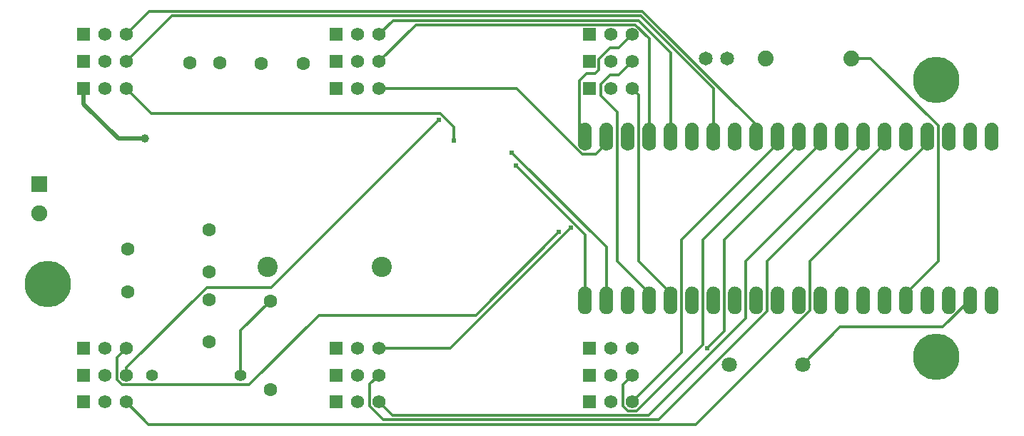
<source format=gbl>
G04 Layer: BottomLayer*
G04 EasyEDA v6.5.23, 2023-09-19 16:20:23*
G04 fec3ef732f994282af85564de1ff210d,c045908398b64bc89dde678931a0b1f3,10*
G04 Gerber Generator version 0.2*
G04 Scale: 100 percent, Rotated: No, Reflected: No *
G04 Dimensions in millimeters *
G04 leading zeros omitted , absolute positions ,4 integer and 5 decimal *
%FSLAX45Y45*%
%MOMM*%

%ADD10C,0.5000*%
%ADD11C,0.3000*%
%ADD12C,1.6000*%
%ADD13C,2.4000*%
%ADD14C,1.5748*%
%ADD15R,1.5748X1.5748*%
%ADD16C,1.6510*%
%ADD17C,1.4000*%
%ADD18C,1.8796*%
%ADD19R,1.9000X1.9000*%
%ADD20C,1.9000*%
%ADD21C,1.8000*%
%ADD22C,5.5000*%
%ADD23C,0.6100*%
%ADD24C,1.0000*%
%ADD25C,0.0138*%

%LPD*%
D10*
X-208787Y7150100D02*
G01*
X-208787Y6965187D01*
X203200Y6553200D01*
X520700Y6553200D01*
D11*
X5740400Y4717999D02*
G01*
X5740400Y5413120D01*
X4917820Y6235700D01*
X5994400Y4717999D02*
G01*
X5994400Y5265750D01*
X4872050Y6388100D01*
X8534400Y6495999D02*
G01*
X7391400Y5352999D01*
X7391400Y4267911D01*
X7192492Y4069003D01*
X5572252Y5495137D02*
G01*
X4146118Y4069003D01*
X3299206Y4069003D01*
X299212Y3748989D02*
G01*
X299212Y3834434D01*
X1252499Y4787722D01*
X2015769Y4787722D01*
X4008323Y6780276D01*
X299212Y4069003D02*
G01*
X184912Y3954703D01*
X184912Y3697655D01*
X250291Y3632276D01*
X1754555Y3632276D01*
X2583052Y4460773D01*
X4446041Y4460773D01*
X5431866Y5446598D01*
X2006600Y4627118D02*
G01*
X1655292Y4275810D01*
X1655292Y3746500D01*
X8321700Y3873500D02*
G01*
X8765870Y4317669D01*
X9984968Y4317669D01*
X10312400Y4645101D01*
X10312400Y4717999D01*
X9550400Y4717999D02*
G01*
X9931400Y5098999D01*
X9931400Y6705676D01*
X9131376Y7505700D01*
X8902700Y7505700D01*
X6299200Y7150100D02*
G01*
X6375400Y7073900D01*
X6375400Y5098999D01*
X6756400Y4717999D01*
X6299200Y7470089D02*
G01*
X6139205Y7310094D01*
X6039104Y7310094D01*
X5925718Y7196709D01*
X5925718Y7064349D01*
X6121400Y6868668D01*
X6121400Y5098999D01*
X6502400Y4717999D01*
X6299200Y7790103D02*
G01*
X6139205Y7630109D01*
X6037605Y7630109D01*
X5902959Y7495463D01*
X5902959Y7369708D01*
X5862167Y7328915D01*
X5756071Y7328915D01*
X5672607Y7245451D01*
X5672607Y6563791D01*
X5740400Y6495999D01*
X8026400Y6495999D02*
G01*
X6883298Y5352897D01*
X6883298Y4013098D01*
X6299200Y3429000D01*
X6299200Y3748989D02*
G01*
X6189725Y3639515D01*
X6189725Y3377387D01*
X6247231Y3319881D01*
X6349263Y3319881D01*
X7137400Y4108018D01*
X7137400Y5352999D01*
X8280400Y6495999D01*
X3299206Y3429000D02*
G01*
X3454527Y3273679D01*
X6496481Y3273679D01*
X7645400Y4422597D01*
X7645400Y5098999D01*
X9042400Y6495999D01*
X3299206Y3748989D02*
G01*
X3189808Y3639591D01*
X3189808Y3380714D01*
X3346856Y3223666D01*
X6613474Y3223666D01*
X7899400Y4509592D01*
X7899400Y5098999D01*
X9296400Y6495999D01*
X299212Y7470089D02*
G01*
X842949Y8013827D01*
X6399758Y8013827D01*
X7264400Y7149185D01*
X7264400Y6495999D01*
X299212Y3429000D02*
G01*
X564184Y3164027D01*
X7053783Y3164027D01*
X8407400Y4517644D01*
X8407400Y5098999D01*
X9804400Y6495999D01*
X299212Y7790103D02*
G01*
X571423Y8062315D01*
X6424701Y8062315D01*
X7772400Y6714617D01*
X7772400Y6495999D01*
X3299206Y7150100D02*
G01*
X4926228Y7150100D01*
X5707176Y6369151D01*
X5867552Y6369151D01*
X5994400Y6495999D01*
X3299206Y7470089D02*
G01*
X3735679Y7906562D01*
X6338493Y7906562D01*
X6502400Y7742656D01*
X6502400Y6495999D01*
X3299206Y7790103D02*
G01*
X3462858Y7953755D01*
X6377304Y7953755D01*
X6756400Y7574661D01*
X6756400Y6495999D01*
X299212Y7150100D02*
G01*
X594283Y6855028D01*
X4023817Y6855028D01*
X4187139Y6691706D01*
X4187139Y6528333D01*
G36*
X10648899Y6495986D02*
G01*
X10648238Y6485648D01*
X10646308Y6475463D01*
X10643108Y6465608D01*
X10638688Y6456235D01*
X10633151Y6447497D01*
X10626547Y6439522D01*
X10618977Y6432410D01*
X10610595Y6426339D01*
X10601528Y6421335D01*
X10591901Y6417525D01*
X10581868Y6414960D01*
X10571581Y6413639D01*
X10561218Y6413639D01*
X10550931Y6414960D01*
X10540898Y6417525D01*
X10531271Y6421335D01*
X10522204Y6426339D01*
X10513822Y6432410D01*
X10506252Y6439522D01*
X10499648Y6447497D01*
X10494111Y6456235D01*
X10489691Y6465608D01*
X10486491Y6475463D01*
X10484561Y6485648D01*
X10483900Y6495986D01*
X10483900Y6660984D01*
X10484561Y6671322D01*
X10486491Y6681508D01*
X10489691Y6691363D01*
X10494111Y6700735D01*
X10499648Y6709473D01*
X10506252Y6717449D01*
X10513822Y6724561D01*
X10522204Y6730631D01*
X10531271Y6735635D01*
X10540898Y6739445D01*
X10550931Y6742036D01*
X10561218Y6743331D01*
X10571581Y6743331D01*
X10581868Y6742036D01*
X10591901Y6739445D01*
X10601528Y6735635D01*
X10610595Y6730631D01*
X10618977Y6724561D01*
X10626547Y6717449D01*
X10633151Y6709473D01*
X10638688Y6700735D01*
X10643108Y6691363D01*
X10646308Y6681508D01*
X10648238Y6671322D01*
X10648899Y6660984D01*
G37*
G36*
X10394899Y6495986D02*
G01*
X10394238Y6485648D01*
X10392308Y6475463D01*
X10389108Y6465608D01*
X10384688Y6456235D01*
X10379151Y6447497D01*
X10372547Y6439522D01*
X10364977Y6432410D01*
X10356595Y6426339D01*
X10347528Y6421335D01*
X10337901Y6417525D01*
X10327868Y6414960D01*
X10317581Y6413639D01*
X10307218Y6413639D01*
X10296931Y6414960D01*
X10286898Y6417525D01*
X10277271Y6421335D01*
X10268204Y6426339D01*
X10259822Y6432410D01*
X10252252Y6439522D01*
X10245648Y6447497D01*
X10240111Y6456235D01*
X10235691Y6465608D01*
X10232491Y6475463D01*
X10230561Y6485648D01*
X10229900Y6495986D01*
X10229900Y6660984D01*
X10230561Y6671322D01*
X10232491Y6681508D01*
X10235691Y6691363D01*
X10240111Y6700735D01*
X10245648Y6709473D01*
X10252252Y6717449D01*
X10259822Y6724561D01*
X10268204Y6730631D01*
X10277271Y6735635D01*
X10286898Y6739445D01*
X10296931Y6742036D01*
X10307218Y6743331D01*
X10317581Y6743331D01*
X10327868Y6742036D01*
X10337901Y6739445D01*
X10347528Y6735635D01*
X10356595Y6730631D01*
X10364977Y6724561D01*
X10372547Y6717449D01*
X10379151Y6709473D01*
X10384688Y6700735D01*
X10389108Y6691363D01*
X10392308Y6681508D01*
X10394238Y6671322D01*
X10394899Y6660984D01*
G37*
G36*
X10140899Y6495986D02*
G01*
X10140238Y6485648D01*
X10138308Y6475463D01*
X10135108Y6465608D01*
X10130688Y6456235D01*
X10125151Y6447497D01*
X10118547Y6439522D01*
X10110977Y6432410D01*
X10102595Y6426339D01*
X10093528Y6421335D01*
X10083901Y6417525D01*
X10073868Y6414960D01*
X10063581Y6413639D01*
X10053218Y6413639D01*
X10042931Y6414960D01*
X10032898Y6417525D01*
X10023271Y6421335D01*
X10014204Y6426339D01*
X10005822Y6432410D01*
X9998252Y6439522D01*
X9991648Y6447497D01*
X9986111Y6456235D01*
X9981691Y6465608D01*
X9978491Y6475463D01*
X9976561Y6485648D01*
X9975900Y6495986D01*
X9975900Y6660984D01*
X9976561Y6671322D01*
X9978491Y6681508D01*
X9981691Y6691363D01*
X9986111Y6700735D01*
X9991648Y6709473D01*
X9998252Y6717449D01*
X10005822Y6724561D01*
X10014204Y6730631D01*
X10023271Y6735635D01*
X10032898Y6739445D01*
X10042931Y6742036D01*
X10053218Y6743331D01*
X10063581Y6743331D01*
X10073868Y6742036D01*
X10083901Y6739445D01*
X10093528Y6735635D01*
X10102595Y6730631D01*
X10110977Y6724561D01*
X10118547Y6717449D01*
X10125151Y6709473D01*
X10130688Y6700735D01*
X10135108Y6691363D01*
X10138308Y6681508D01*
X10140238Y6671322D01*
X10140899Y6660984D01*
G37*
G36*
X9886899Y6495986D02*
G01*
X9886238Y6485648D01*
X9884308Y6475463D01*
X9881108Y6465608D01*
X9876688Y6456235D01*
X9871151Y6447497D01*
X9864547Y6439522D01*
X9856977Y6432410D01*
X9848595Y6426339D01*
X9839528Y6421335D01*
X9829901Y6417525D01*
X9819868Y6414960D01*
X9809581Y6413639D01*
X9799218Y6413639D01*
X9788931Y6414960D01*
X9778898Y6417525D01*
X9769271Y6421335D01*
X9760204Y6426339D01*
X9751822Y6432410D01*
X9744252Y6439522D01*
X9737648Y6447497D01*
X9732111Y6456235D01*
X9727691Y6465608D01*
X9724491Y6475463D01*
X9722561Y6485648D01*
X9721900Y6495986D01*
X9721900Y6660984D01*
X9722561Y6671322D01*
X9724491Y6681508D01*
X9727691Y6691363D01*
X9732111Y6700735D01*
X9737648Y6709473D01*
X9744252Y6717449D01*
X9751822Y6724561D01*
X9760204Y6730631D01*
X9769271Y6735635D01*
X9778898Y6739445D01*
X9788931Y6742036D01*
X9799218Y6743331D01*
X9809581Y6743331D01*
X9819868Y6742036D01*
X9829901Y6739445D01*
X9839528Y6735635D01*
X9848595Y6730631D01*
X9856977Y6724561D01*
X9864547Y6717449D01*
X9871151Y6709473D01*
X9876688Y6700735D01*
X9881108Y6691363D01*
X9884308Y6681508D01*
X9886238Y6671322D01*
X9886899Y6660984D01*
G37*
G36*
X9632899Y6495986D02*
G01*
X9632238Y6485648D01*
X9630308Y6475463D01*
X9627108Y6465608D01*
X9622688Y6456235D01*
X9617151Y6447497D01*
X9610547Y6439522D01*
X9602977Y6432410D01*
X9594595Y6426339D01*
X9585528Y6421335D01*
X9575901Y6417525D01*
X9565868Y6414960D01*
X9555581Y6413639D01*
X9545218Y6413639D01*
X9534931Y6414960D01*
X9524898Y6417525D01*
X9515271Y6421335D01*
X9506204Y6426339D01*
X9497822Y6432410D01*
X9490252Y6439522D01*
X9483648Y6447497D01*
X9478111Y6456235D01*
X9473691Y6465608D01*
X9470491Y6475463D01*
X9468561Y6485648D01*
X9467900Y6495986D01*
X9467900Y6660984D01*
X9468561Y6671322D01*
X9470491Y6681508D01*
X9473691Y6691363D01*
X9478111Y6700735D01*
X9483648Y6709473D01*
X9490252Y6717449D01*
X9497822Y6724561D01*
X9506204Y6730631D01*
X9515271Y6735635D01*
X9524898Y6739445D01*
X9534931Y6742036D01*
X9545218Y6743331D01*
X9555581Y6743331D01*
X9565868Y6742036D01*
X9575901Y6739445D01*
X9585528Y6735635D01*
X9594595Y6730631D01*
X9602977Y6724561D01*
X9610547Y6717449D01*
X9617151Y6709473D01*
X9622688Y6700735D01*
X9627108Y6691363D01*
X9630308Y6681508D01*
X9632238Y6671322D01*
X9632899Y6660984D01*
G37*
G36*
X9378899Y6495986D02*
G01*
X9378264Y6485648D01*
X9376308Y6475463D01*
X9373108Y6465608D01*
X9368688Y6456235D01*
X9363151Y6447497D01*
X9356547Y6439522D01*
X9348977Y6432410D01*
X9340595Y6426339D01*
X9331528Y6421335D01*
X9321901Y6417525D01*
X9311868Y6414960D01*
X9301581Y6413639D01*
X9291218Y6413639D01*
X9280931Y6414960D01*
X9270898Y6417525D01*
X9261271Y6421335D01*
X9252204Y6426339D01*
X9243822Y6432410D01*
X9236252Y6439522D01*
X9229648Y6447497D01*
X9224111Y6456235D01*
X9219691Y6465608D01*
X9216491Y6475463D01*
X9214561Y6485648D01*
X9213900Y6495986D01*
X9213900Y6660984D01*
X9214561Y6671322D01*
X9216491Y6681508D01*
X9219691Y6691363D01*
X9224111Y6700735D01*
X9229648Y6709473D01*
X9236252Y6717449D01*
X9243822Y6724561D01*
X9252204Y6730631D01*
X9261271Y6735635D01*
X9270898Y6739445D01*
X9280931Y6742036D01*
X9291218Y6743331D01*
X9301581Y6743331D01*
X9311868Y6742036D01*
X9321901Y6739445D01*
X9331528Y6735635D01*
X9340595Y6730631D01*
X9348977Y6724561D01*
X9356547Y6717449D01*
X9363151Y6709473D01*
X9368688Y6700735D01*
X9373108Y6691363D01*
X9376308Y6681508D01*
X9378264Y6671322D01*
X9378899Y6660984D01*
G37*
G36*
X9124899Y6495986D02*
G01*
X9124264Y6485648D01*
X9122308Y6475463D01*
X9119108Y6465608D01*
X9114688Y6456235D01*
X9109151Y6447497D01*
X9102547Y6439522D01*
X9094977Y6432410D01*
X9086595Y6426339D01*
X9077528Y6421335D01*
X9067901Y6417525D01*
X9057868Y6414960D01*
X9047581Y6413639D01*
X9037218Y6413639D01*
X9026956Y6414960D01*
X9016898Y6417525D01*
X9007271Y6421335D01*
X8998204Y6426339D01*
X8989822Y6432410D01*
X8982252Y6439522D01*
X8975648Y6447497D01*
X8970111Y6456235D01*
X8965691Y6465608D01*
X8962491Y6475463D01*
X8960561Y6485648D01*
X8959900Y6495986D01*
X8959900Y6660984D01*
X8960561Y6671322D01*
X8962491Y6681508D01*
X8965691Y6691363D01*
X8970111Y6700735D01*
X8975648Y6709473D01*
X8982252Y6717449D01*
X8989822Y6724561D01*
X8998204Y6730631D01*
X9007271Y6735635D01*
X9016898Y6739445D01*
X9026956Y6742036D01*
X9037218Y6743331D01*
X9047581Y6743331D01*
X9057868Y6742036D01*
X9067901Y6739445D01*
X9077528Y6735635D01*
X9086595Y6730631D01*
X9094977Y6724561D01*
X9102547Y6717449D01*
X9109151Y6709473D01*
X9114688Y6700735D01*
X9119108Y6691363D01*
X9122308Y6681508D01*
X9124264Y6671322D01*
X9124899Y6660984D01*
G37*
G36*
X8870899Y6495986D02*
G01*
X8870264Y6485648D01*
X8868308Y6475463D01*
X8865108Y6465608D01*
X8860688Y6456235D01*
X8855151Y6447497D01*
X8848547Y6439522D01*
X8841003Y6432410D01*
X8832621Y6426339D01*
X8823528Y6421335D01*
X8813901Y6417525D01*
X8803868Y6414960D01*
X8793581Y6413639D01*
X8783218Y6413639D01*
X8772956Y6414960D01*
X8762898Y6417525D01*
X8753271Y6421335D01*
X8744204Y6426339D01*
X8735822Y6432410D01*
X8728252Y6439522D01*
X8721648Y6447497D01*
X8716111Y6456235D01*
X8711691Y6465608D01*
X8708491Y6475463D01*
X8706561Y6485648D01*
X8705900Y6495986D01*
X8705900Y6660984D01*
X8706561Y6671322D01*
X8708491Y6681508D01*
X8711691Y6691363D01*
X8716111Y6700735D01*
X8721648Y6709473D01*
X8728252Y6717449D01*
X8735822Y6724561D01*
X8744204Y6730631D01*
X8753271Y6735635D01*
X8762898Y6739445D01*
X8772956Y6742036D01*
X8783218Y6743331D01*
X8793581Y6743331D01*
X8803868Y6742036D01*
X8813901Y6739445D01*
X8823528Y6735635D01*
X8832621Y6730631D01*
X8841003Y6724561D01*
X8848547Y6717449D01*
X8855151Y6709473D01*
X8860688Y6700735D01*
X8865108Y6691363D01*
X8868308Y6681508D01*
X8870264Y6671322D01*
X8870899Y6660984D01*
G37*
G36*
X8616899Y6495986D02*
G01*
X8616264Y6485648D01*
X8614308Y6475463D01*
X8611108Y6465608D01*
X8606688Y6456235D01*
X8601151Y6447497D01*
X8594547Y6439522D01*
X8587003Y6432410D01*
X8578621Y6426339D01*
X8569528Y6421335D01*
X8559901Y6417525D01*
X8549868Y6414960D01*
X8539581Y6413639D01*
X8529218Y6413639D01*
X8518956Y6414960D01*
X8508898Y6417525D01*
X8499271Y6421335D01*
X8490204Y6426339D01*
X8481822Y6432410D01*
X8474252Y6439522D01*
X8467648Y6447497D01*
X8462111Y6456235D01*
X8457691Y6465608D01*
X8454491Y6475463D01*
X8452561Y6485648D01*
X8451900Y6495986D01*
X8451900Y6660984D01*
X8452561Y6671322D01*
X8454491Y6681508D01*
X8457691Y6691363D01*
X8462111Y6700735D01*
X8467648Y6709473D01*
X8474252Y6717449D01*
X8481822Y6724561D01*
X8490204Y6730631D01*
X8499271Y6735635D01*
X8508898Y6739445D01*
X8518956Y6742036D01*
X8529218Y6743331D01*
X8539581Y6743331D01*
X8549868Y6742036D01*
X8559901Y6739445D01*
X8569528Y6735635D01*
X8578621Y6730631D01*
X8587003Y6724561D01*
X8594547Y6717449D01*
X8601151Y6709473D01*
X8606688Y6700735D01*
X8611108Y6691363D01*
X8614308Y6681508D01*
X8616264Y6671322D01*
X8616899Y6660984D01*
G37*
G36*
X8362899Y6495986D02*
G01*
X8362264Y6485648D01*
X8360308Y6475463D01*
X8357108Y6465608D01*
X8352688Y6456235D01*
X8347151Y6447497D01*
X8340547Y6439522D01*
X8333003Y6432410D01*
X8324621Y6426339D01*
X8315528Y6421335D01*
X8305901Y6417525D01*
X8295868Y6414960D01*
X8285581Y6413639D01*
X8275218Y6413639D01*
X8264956Y6414960D01*
X8254898Y6417525D01*
X8245271Y6421335D01*
X8236204Y6426339D01*
X8227822Y6432410D01*
X8220252Y6439522D01*
X8213648Y6447497D01*
X8208111Y6456235D01*
X8203691Y6465608D01*
X8200491Y6475463D01*
X8198561Y6485648D01*
X8197900Y6495986D01*
X8197900Y6660984D01*
X8198561Y6671322D01*
X8200491Y6681508D01*
X8203691Y6691363D01*
X8208111Y6700735D01*
X8213648Y6709473D01*
X8220252Y6717449D01*
X8227822Y6724561D01*
X8236204Y6730631D01*
X8245271Y6735635D01*
X8254898Y6739445D01*
X8264956Y6742036D01*
X8275218Y6743331D01*
X8285581Y6743331D01*
X8295868Y6742036D01*
X8305901Y6739445D01*
X8315528Y6735635D01*
X8324621Y6730631D01*
X8333003Y6724561D01*
X8340547Y6717449D01*
X8347151Y6709473D01*
X8352688Y6700735D01*
X8357108Y6691363D01*
X8360308Y6681508D01*
X8362264Y6671322D01*
X8362899Y6660984D01*
G37*
G36*
X8108899Y6495986D02*
G01*
X8108264Y6485648D01*
X8106308Y6475463D01*
X8103108Y6465608D01*
X8098688Y6456235D01*
X8093151Y6447497D01*
X8086547Y6439522D01*
X8079003Y6432410D01*
X8070621Y6426339D01*
X8061528Y6421335D01*
X8051901Y6417525D01*
X8041868Y6414960D01*
X8031581Y6413639D01*
X8021218Y6413639D01*
X8010956Y6414960D01*
X8000923Y6417525D01*
X7991271Y6421335D01*
X7982204Y6426339D01*
X7973822Y6432410D01*
X7966252Y6439522D01*
X7959648Y6447497D01*
X7954111Y6456235D01*
X7949691Y6465608D01*
X7946491Y6475463D01*
X7944561Y6485648D01*
X7943900Y6495986D01*
X7943900Y6660984D01*
X7944561Y6671322D01*
X7946491Y6681508D01*
X7949691Y6691363D01*
X7954111Y6700735D01*
X7959648Y6709473D01*
X7966252Y6717449D01*
X7973822Y6724561D01*
X7982204Y6730631D01*
X7991271Y6735635D01*
X8000923Y6739445D01*
X8010956Y6742036D01*
X8021218Y6743331D01*
X8031581Y6743331D01*
X8041868Y6742036D01*
X8051901Y6739445D01*
X8061528Y6735635D01*
X8070621Y6730631D01*
X8079003Y6724561D01*
X8086547Y6717449D01*
X8093151Y6709473D01*
X8098688Y6700735D01*
X8103108Y6691363D01*
X8106308Y6681508D01*
X8108264Y6671322D01*
X8108899Y6660984D01*
G37*
G36*
X7854899Y6495986D02*
G01*
X7854264Y6485648D01*
X7852308Y6475463D01*
X7849108Y6465608D01*
X7844688Y6456235D01*
X7839151Y6447497D01*
X7832547Y6439522D01*
X7825003Y6432410D01*
X7816621Y6426339D01*
X7807528Y6421335D01*
X7797901Y6417525D01*
X7787868Y6414960D01*
X7777581Y6413639D01*
X7767218Y6413639D01*
X7756956Y6414960D01*
X7746923Y6417525D01*
X7737271Y6421335D01*
X7728204Y6426339D01*
X7719822Y6432410D01*
X7712278Y6439522D01*
X7705674Y6447497D01*
X7700111Y6456235D01*
X7695691Y6465608D01*
X7692491Y6475463D01*
X7690561Y6485648D01*
X7689900Y6495986D01*
X7689900Y6660984D01*
X7690561Y6671322D01*
X7692491Y6681508D01*
X7695691Y6691363D01*
X7700111Y6700735D01*
X7705674Y6709473D01*
X7712278Y6717449D01*
X7719822Y6724561D01*
X7728204Y6730631D01*
X7737271Y6735635D01*
X7746923Y6739445D01*
X7756956Y6742036D01*
X7767218Y6743331D01*
X7777581Y6743331D01*
X7787868Y6742036D01*
X7797901Y6739445D01*
X7807528Y6735635D01*
X7816621Y6730631D01*
X7825003Y6724561D01*
X7832547Y6717449D01*
X7839151Y6709473D01*
X7844688Y6700735D01*
X7849108Y6691363D01*
X7852308Y6681508D01*
X7854264Y6671322D01*
X7854899Y6660984D01*
G37*
G36*
X7600899Y6495986D02*
G01*
X7600264Y6485648D01*
X7598308Y6475463D01*
X7595108Y6465608D01*
X7590713Y6456235D01*
X7585151Y6447497D01*
X7578547Y6439522D01*
X7571003Y6432410D01*
X7562621Y6426339D01*
X7553528Y6421335D01*
X7543901Y6417525D01*
X7533868Y6414960D01*
X7523581Y6413639D01*
X7513218Y6413639D01*
X7502956Y6414960D01*
X7492923Y6417525D01*
X7483271Y6421335D01*
X7474204Y6426339D01*
X7465822Y6432410D01*
X7458278Y6439522D01*
X7451674Y6447497D01*
X7446111Y6456235D01*
X7441691Y6465608D01*
X7438491Y6475463D01*
X7436561Y6485648D01*
X7435900Y6495986D01*
X7435900Y6660984D01*
X7436561Y6671322D01*
X7438491Y6681508D01*
X7441691Y6691363D01*
X7446111Y6700735D01*
X7451674Y6709473D01*
X7458278Y6717449D01*
X7465822Y6724561D01*
X7474204Y6730631D01*
X7483271Y6735635D01*
X7492923Y6739445D01*
X7502956Y6742036D01*
X7513218Y6743331D01*
X7523581Y6743331D01*
X7533868Y6742036D01*
X7543901Y6739445D01*
X7553528Y6735635D01*
X7562621Y6730631D01*
X7571003Y6724561D01*
X7578547Y6717449D01*
X7585151Y6709473D01*
X7590713Y6700735D01*
X7595108Y6691363D01*
X7598308Y6681508D01*
X7600264Y6671322D01*
X7600899Y6660984D01*
G37*
G36*
X7346899Y6495986D02*
G01*
X7346264Y6485648D01*
X7344308Y6475463D01*
X7341108Y6465608D01*
X7336713Y6456235D01*
X7331151Y6447497D01*
X7324547Y6439522D01*
X7317003Y6432410D01*
X7308621Y6426339D01*
X7299528Y6421335D01*
X7289901Y6417525D01*
X7279868Y6414960D01*
X7269581Y6413639D01*
X7259218Y6413639D01*
X7248956Y6414960D01*
X7238923Y6417525D01*
X7229271Y6421335D01*
X7220204Y6426339D01*
X7211822Y6432410D01*
X7204278Y6439522D01*
X7197674Y6447497D01*
X7192111Y6456235D01*
X7187691Y6465608D01*
X7184491Y6475463D01*
X7182561Y6485648D01*
X7181900Y6495986D01*
X7181900Y6660984D01*
X7182561Y6671322D01*
X7184491Y6681508D01*
X7187691Y6691363D01*
X7192111Y6700735D01*
X7197674Y6709473D01*
X7204278Y6717449D01*
X7211822Y6724561D01*
X7220204Y6730631D01*
X7229271Y6735635D01*
X7238923Y6739445D01*
X7248956Y6742036D01*
X7259218Y6743331D01*
X7269581Y6743331D01*
X7279868Y6742036D01*
X7289901Y6739445D01*
X7299528Y6735635D01*
X7308621Y6730631D01*
X7317003Y6724561D01*
X7324547Y6717449D01*
X7331151Y6709473D01*
X7336713Y6700735D01*
X7341108Y6691363D01*
X7344308Y6681508D01*
X7346264Y6671322D01*
X7346899Y6660984D01*
G37*
G36*
X7092899Y6495986D02*
G01*
X7092264Y6485648D01*
X7090308Y6475463D01*
X7087108Y6465608D01*
X7082713Y6456235D01*
X7077151Y6447497D01*
X7070547Y6439522D01*
X7063003Y6432410D01*
X7054621Y6426339D01*
X7045528Y6421335D01*
X7035901Y6417525D01*
X7025868Y6414960D01*
X7015581Y6413639D01*
X7005218Y6413639D01*
X6994956Y6414960D01*
X6984923Y6417525D01*
X6975271Y6421335D01*
X6966204Y6426339D01*
X6957822Y6432410D01*
X6950278Y6439522D01*
X6943674Y6447497D01*
X6938111Y6456235D01*
X6933691Y6465608D01*
X6930491Y6475463D01*
X6928561Y6485648D01*
X6927900Y6495986D01*
X6927900Y6660984D01*
X6928561Y6671322D01*
X6930491Y6681508D01*
X6933691Y6691363D01*
X6938111Y6700735D01*
X6943674Y6709473D01*
X6950278Y6717449D01*
X6957822Y6724561D01*
X6966204Y6730631D01*
X6975271Y6735635D01*
X6984923Y6739445D01*
X6994956Y6742036D01*
X7005218Y6743331D01*
X7015581Y6743331D01*
X7025868Y6742036D01*
X7035901Y6739445D01*
X7045528Y6735635D01*
X7054621Y6730631D01*
X7063003Y6724561D01*
X7070547Y6717449D01*
X7077151Y6709473D01*
X7082713Y6700735D01*
X7087108Y6691363D01*
X7090308Y6681508D01*
X7092264Y6671322D01*
X7092899Y6660984D01*
G37*
G36*
X6838899Y6495986D02*
G01*
X6838264Y6485648D01*
X6836308Y6475463D01*
X6833108Y6465608D01*
X6828713Y6456235D01*
X6823151Y6447497D01*
X6816547Y6439522D01*
X6809003Y6432410D01*
X6800621Y6426339D01*
X6791528Y6421335D01*
X6781901Y6417525D01*
X6771868Y6414960D01*
X6761581Y6413639D01*
X6751218Y6413639D01*
X6740956Y6414960D01*
X6730923Y6417525D01*
X6721271Y6421335D01*
X6712204Y6426339D01*
X6703822Y6432410D01*
X6696278Y6439522D01*
X6689674Y6447497D01*
X6684111Y6456235D01*
X6679691Y6465608D01*
X6676491Y6475463D01*
X6674561Y6485648D01*
X6673900Y6495986D01*
X6673900Y6660984D01*
X6674561Y6671322D01*
X6676491Y6681508D01*
X6679691Y6691363D01*
X6684111Y6700735D01*
X6689674Y6709473D01*
X6696278Y6717449D01*
X6703822Y6724561D01*
X6712204Y6730631D01*
X6721271Y6735635D01*
X6730923Y6739445D01*
X6740956Y6742036D01*
X6751218Y6743331D01*
X6761581Y6743331D01*
X6771868Y6742036D01*
X6781901Y6739445D01*
X6791528Y6735635D01*
X6800621Y6730631D01*
X6809003Y6724561D01*
X6816547Y6717449D01*
X6823151Y6709473D01*
X6828713Y6700735D01*
X6833108Y6691363D01*
X6836308Y6681508D01*
X6838264Y6671322D01*
X6838899Y6660984D01*
G37*
G36*
X6584899Y6495986D02*
G01*
X6584264Y6485648D01*
X6582308Y6475463D01*
X6579108Y6465608D01*
X6574713Y6456235D01*
X6569151Y6447497D01*
X6562547Y6439522D01*
X6555003Y6432410D01*
X6546621Y6426339D01*
X6537528Y6421335D01*
X6527901Y6417525D01*
X6517868Y6414960D01*
X6507581Y6413639D01*
X6497218Y6413639D01*
X6486956Y6414960D01*
X6476923Y6417525D01*
X6467271Y6421335D01*
X6458204Y6426339D01*
X6449822Y6432410D01*
X6442278Y6439522D01*
X6435674Y6447497D01*
X6430111Y6456235D01*
X6425691Y6465608D01*
X6422491Y6475463D01*
X6420561Y6485648D01*
X6419900Y6495986D01*
X6419900Y6660984D01*
X6420561Y6671322D01*
X6422491Y6681508D01*
X6425691Y6691363D01*
X6430111Y6700735D01*
X6435674Y6709473D01*
X6442278Y6717449D01*
X6449822Y6724561D01*
X6458204Y6730631D01*
X6467271Y6735635D01*
X6476923Y6739445D01*
X6486956Y6742036D01*
X6497218Y6743331D01*
X6507581Y6743331D01*
X6517868Y6742036D01*
X6527901Y6739445D01*
X6537528Y6735635D01*
X6546621Y6730631D01*
X6555003Y6724561D01*
X6562547Y6717449D01*
X6569151Y6709473D01*
X6574713Y6700735D01*
X6579108Y6691363D01*
X6582308Y6681508D01*
X6584264Y6671322D01*
X6584899Y6660984D01*
G37*
G36*
X6330899Y6495986D02*
G01*
X6330264Y6485648D01*
X6328308Y6475463D01*
X6325108Y6465608D01*
X6320713Y6456235D01*
X6315151Y6447497D01*
X6308547Y6439522D01*
X6301003Y6432410D01*
X6292621Y6426339D01*
X6283528Y6421335D01*
X6273901Y6417525D01*
X6263868Y6414960D01*
X6253581Y6413639D01*
X6243218Y6413639D01*
X6232956Y6414960D01*
X6222923Y6417525D01*
X6213271Y6421335D01*
X6204204Y6426339D01*
X6195822Y6432410D01*
X6188278Y6439522D01*
X6181674Y6447497D01*
X6176111Y6456235D01*
X6171691Y6465608D01*
X6168491Y6475463D01*
X6166561Y6485648D01*
X6165900Y6495986D01*
X6165900Y6660984D01*
X6166561Y6671322D01*
X6168491Y6681508D01*
X6171691Y6691363D01*
X6176111Y6700735D01*
X6181674Y6709473D01*
X6188278Y6717449D01*
X6195822Y6724561D01*
X6204204Y6730631D01*
X6213271Y6735635D01*
X6222923Y6739445D01*
X6232956Y6742036D01*
X6243218Y6743331D01*
X6253581Y6743331D01*
X6263868Y6742036D01*
X6273901Y6739445D01*
X6283528Y6735635D01*
X6292621Y6730631D01*
X6301003Y6724561D01*
X6308547Y6717449D01*
X6315151Y6709473D01*
X6320713Y6700735D01*
X6325108Y6691363D01*
X6328308Y6681508D01*
X6330264Y6671322D01*
X6330899Y6660984D01*
G37*
G36*
X6076899Y6495986D02*
G01*
X6076264Y6485648D01*
X6074308Y6475463D01*
X6071108Y6465608D01*
X6066713Y6456235D01*
X6061151Y6447497D01*
X6054547Y6439522D01*
X6047003Y6432410D01*
X6038621Y6426339D01*
X6029528Y6421335D01*
X6019901Y6417525D01*
X6009868Y6414960D01*
X5999581Y6413639D01*
X5989218Y6413639D01*
X5978956Y6414960D01*
X5968923Y6417525D01*
X5959271Y6421335D01*
X5950204Y6426339D01*
X5941822Y6432410D01*
X5934278Y6439522D01*
X5927674Y6447497D01*
X5922111Y6456235D01*
X5917691Y6465608D01*
X5914491Y6475463D01*
X5912561Y6485648D01*
X5911900Y6495986D01*
X5911900Y6660984D01*
X5912561Y6671322D01*
X5914491Y6681508D01*
X5917691Y6691363D01*
X5922111Y6700735D01*
X5927674Y6709473D01*
X5934278Y6717449D01*
X5941822Y6724561D01*
X5950204Y6730631D01*
X5959271Y6735635D01*
X5968923Y6739445D01*
X5978956Y6742036D01*
X5989218Y6743331D01*
X5999581Y6743331D01*
X6009868Y6742036D01*
X6019901Y6739445D01*
X6029528Y6735635D01*
X6038621Y6730631D01*
X6047003Y6724561D01*
X6054547Y6717449D01*
X6061151Y6709473D01*
X6066713Y6700735D01*
X6071108Y6691363D01*
X6074308Y6681508D01*
X6076264Y6671322D01*
X6076899Y6660984D01*
G37*
G36*
X5822899Y6495986D02*
G01*
X5822264Y6485648D01*
X5820308Y6475463D01*
X5817108Y6465608D01*
X5812713Y6456235D01*
X5807151Y6447497D01*
X5800547Y6439522D01*
X5793003Y6432410D01*
X5784621Y6426339D01*
X5775528Y6421335D01*
X5765901Y6417525D01*
X5755868Y6414960D01*
X5745581Y6413639D01*
X5735218Y6413639D01*
X5724956Y6414960D01*
X5714923Y6417525D01*
X5705271Y6421335D01*
X5696204Y6426339D01*
X5687822Y6432410D01*
X5680278Y6439522D01*
X5673674Y6447497D01*
X5668111Y6456235D01*
X5663691Y6465608D01*
X5660491Y6475463D01*
X5658561Y6485648D01*
X5657900Y6495986D01*
X5657900Y6660984D01*
X5658561Y6671322D01*
X5660491Y6681508D01*
X5663691Y6691363D01*
X5668111Y6700735D01*
X5673674Y6709473D01*
X5680278Y6717449D01*
X5687822Y6724561D01*
X5696204Y6730631D01*
X5705271Y6735635D01*
X5714923Y6739445D01*
X5724956Y6742036D01*
X5735218Y6743331D01*
X5745581Y6743331D01*
X5755868Y6742036D01*
X5765901Y6739445D01*
X5775528Y6735635D01*
X5784621Y6730631D01*
X5793003Y6724561D01*
X5800547Y6717449D01*
X5807151Y6709473D01*
X5812713Y6700735D01*
X5817108Y6691363D01*
X5820308Y6681508D01*
X5822264Y6671322D01*
X5822899Y6660984D01*
G37*
G36*
X5657900Y4717986D02*
G01*
X5658561Y4728324D01*
X5660491Y4738509D01*
X5663691Y4748364D01*
X5668111Y4757737D01*
X5673674Y4766475D01*
X5680278Y4774476D01*
X5687822Y4781562D01*
X5696204Y4787658D01*
X5705271Y4792637D01*
X5714923Y4796447D01*
X5724956Y4799037D01*
X5735218Y4800333D01*
X5745581Y4800333D01*
X5755868Y4799037D01*
X5765901Y4796447D01*
X5775528Y4792637D01*
X5784621Y4787658D01*
X5793003Y4781562D01*
X5800547Y4774476D01*
X5807151Y4766475D01*
X5812713Y4757737D01*
X5817108Y4748364D01*
X5820308Y4738509D01*
X5822264Y4728324D01*
X5822899Y4717986D01*
X5822899Y4552988D01*
X5822264Y4542650D01*
X5820308Y4532464D01*
X5817108Y4522609D01*
X5812713Y4513237D01*
X5807151Y4504499D01*
X5800547Y4496523D01*
X5793003Y4489411D01*
X5784621Y4483341D01*
X5775528Y4478337D01*
X5765901Y4474527D01*
X5755868Y4471962D01*
X5745581Y4470641D01*
X5735218Y4470641D01*
X5724956Y4471962D01*
X5714923Y4474527D01*
X5705271Y4478337D01*
X5696204Y4483341D01*
X5687822Y4489411D01*
X5680278Y4496523D01*
X5673674Y4504499D01*
X5668111Y4513237D01*
X5663691Y4522609D01*
X5660491Y4532464D01*
X5658561Y4542650D01*
X5657900Y4552988D01*
G37*
G36*
X5911900Y4717986D02*
G01*
X5912561Y4728324D01*
X5914491Y4738509D01*
X5917691Y4748364D01*
X5922111Y4757737D01*
X5927674Y4766475D01*
X5934278Y4774476D01*
X5941822Y4781562D01*
X5950204Y4787658D01*
X5959271Y4792637D01*
X5968923Y4796447D01*
X5978956Y4799037D01*
X5989218Y4800333D01*
X5999581Y4800333D01*
X6009868Y4799037D01*
X6019901Y4796447D01*
X6029528Y4792637D01*
X6038621Y4787658D01*
X6047003Y4781562D01*
X6054547Y4774476D01*
X6061151Y4766475D01*
X6066713Y4757737D01*
X6071108Y4748364D01*
X6074308Y4738509D01*
X6076264Y4728324D01*
X6076899Y4717986D01*
X6076899Y4552988D01*
X6076264Y4542650D01*
X6074308Y4532464D01*
X6071108Y4522609D01*
X6066713Y4513237D01*
X6061151Y4504499D01*
X6054547Y4496523D01*
X6047003Y4489411D01*
X6038621Y4483341D01*
X6029528Y4478337D01*
X6019901Y4474527D01*
X6009868Y4471962D01*
X5999581Y4470641D01*
X5989218Y4470641D01*
X5978956Y4471962D01*
X5968923Y4474527D01*
X5959271Y4478337D01*
X5950204Y4483341D01*
X5941822Y4489411D01*
X5934278Y4496523D01*
X5927674Y4504499D01*
X5922111Y4513237D01*
X5917691Y4522609D01*
X5914491Y4532464D01*
X5912561Y4542650D01*
X5911900Y4552988D01*
G37*
G36*
X6165900Y4717986D02*
G01*
X6166561Y4728324D01*
X6168491Y4738509D01*
X6171691Y4748364D01*
X6176111Y4757737D01*
X6181674Y4766475D01*
X6188278Y4774476D01*
X6195822Y4781562D01*
X6204204Y4787658D01*
X6213271Y4792637D01*
X6222923Y4796447D01*
X6232956Y4799037D01*
X6243218Y4800333D01*
X6253581Y4800333D01*
X6263868Y4799037D01*
X6273901Y4796447D01*
X6283528Y4792637D01*
X6292621Y4787658D01*
X6301003Y4781562D01*
X6308547Y4774476D01*
X6315151Y4766475D01*
X6320713Y4757737D01*
X6325108Y4748364D01*
X6328308Y4738509D01*
X6330264Y4728324D01*
X6330899Y4717986D01*
X6330899Y4552988D01*
X6330264Y4542650D01*
X6328308Y4532464D01*
X6325108Y4522609D01*
X6320713Y4513237D01*
X6315151Y4504499D01*
X6308547Y4496523D01*
X6301003Y4489411D01*
X6292621Y4483341D01*
X6283528Y4478337D01*
X6273901Y4474527D01*
X6263868Y4471962D01*
X6253581Y4470641D01*
X6243218Y4470641D01*
X6232956Y4471962D01*
X6222923Y4474527D01*
X6213271Y4478337D01*
X6204204Y4483341D01*
X6195822Y4489411D01*
X6188278Y4496523D01*
X6181674Y4504499D01*
X6176111Y4513237D01*
X6171691Y4522609D01*
X6168491Y4532464D01*
X6166561Y4542650D01*
X6165900Y4552988D01*
G37*
G36*
X6419900Y4717986D02*
G01*
X6420561Y4728324D01*
X6422491Y4738509D01*
X6425691Y4748364D01*
X6430111Y4757737D01*
X6435674Y4766475D01*
X6442278Y4774476D01*
X6449822Y4781562D01*
X6458204Y4787658D01*
X6467271Y4792637D01*
X6476923Y4796447D01*
X6486956Y4799037D01*
X6497218Y4800333D01*
X6507581Y4800333D01*
X6517868Y4799037D01*
X6527901Y4796447D01*
X6537528Y4792637D01*
X6546621Y4787658D01*
X6555003Y4781562D01*
X6562547Y4774476D01*
X6569151Y4766475D01*
X6574713Y4757737D01*
X6579108Y4748364D01*
X6582308Y4738509D01*
X6584264Y4728324D01*
X6584899Y4717986D01*
X6584899Y4552988D01*
X6584264Y4542650D01*
X6582308Y4532464D01*
X6579108Y4522609D01*
X6574713Y4513237D01*
X6569151Y4504499D01*
X6562547Y4496523D01*
X6555003Y4489411D01*
X6546621Y4483341D01*
X6537528Y4478337D01*
X6527901Y4474527D01*
X6517868Y4471962D01*
X6507581Y4470641D01*
X6497218Y4470641D01*
X6486956Y4471962D01*
X6476923Y4474527D01*
X6467271Y4478337D01*
X6458204Y4483341D01*
X6449822Y4489411D01*
X6442278Y4496523D01*
X6435674Y4504499D01*
X6430111Y4513237D01*
X6425691Y4522609D01*
X6422491Y4532464D01*
X6420561Y4542650D01*
X6419900Y4552988D01*
G37*
G36*
X6673900Y4717986D02*
G01*
X6674561Y4728324D01*
X6676491Y4738509D01*
X6679691Y4748364D01*
X6684111Y4757737D01*
X6689674Y4766475D01*
X6696278Y4774476D01*
X6703822Y4781562D01*
X6712204Y4787658D01*
X6721271Y4792637D01*
X6730923Y4796447D01*
X6740956Y4799037D01*
X6751218Y4800333D01*
X6761581Y4800333D01*
X6771868Y4799037D01*
X6781901Y4796447D01*
X6791528Y4792637D01*
X6800621Y4787658D01*
X6809003Y4781562D01*
X6816547Y4774476D01*
X6823151Y4766475D01*
X6828713Y4757737D01*
X6833108Y4748364D01*
X6836308Y4738509D01*
X6838264Y4728324D01*
X6838899Y4717986D01*
X6838899Y4552988D01*
X6838264Y4542650D01*
X6836308Y4532464D01*
X6833108Y4522609D01*
X6828713Y4513237D01*
X6823151Y4504499D01*
X6816547Y4496523D01*
X6809003Y4489411D01*
X6800621Y4483341D01*
X6791528Y4478337D01*
X6781901Y4474527D01*
X6771868Y4471962D01*
X6761581Y4470641D01*
X6751218Y4470641D01*
X6740956Y4471962D01*
X6730923Y4474527D01*
X6721271Y4478337D01*
X6712204Y4483341D01*
X6703822Y4489411D01*
X6696278Y4496523D01*
X6689674Y4504499D01*
X6684111Y4513237D01*
X6679691Y4522609D01*
X6676491Y4532464D01*
X6674561Y4542650D01*
X6673900Y4552988D01*
G37*
G36*
X6927900Y4717986D02*
G01*
X6928561Y4728324D01*
X6930491Y4738509D01*
X6933691Y4748364D01*
X6938111Y4757737D01*
X6943674Y4766475D01*
X6950278Y4774476D01*
X6957822Y4781562D01*
X6966204Y4787658D01*
X6975271Y4792637D01*
X6984923Y4796447D01*
X6994956Y4799037D01*
X7005218Y4800333D01*
X7015581Y4800333D01*
X7025868Y4799037D01*
X7035901Y4796447D01*
X7045528Y4792637D01*
X7054621Y4787658D01*
X7063003Y4781562D01*
X7070547Y4774476D01*
X7077151Y4766475D01*
X7082713Y4757737D01*
X7087108Y4748364D01*
X7090308Y4738509D01*
X7092264Y4728324D01*
X7092899Y4717986D01*
X7092899Y4552988D01*
X7092264Y4542650D01*
X7090308Y4532464D01*
X7087108Y4522609D01*
X7082713Y4513237D01*
X7077151Y4504499D01*
X7070547Y4496523D01*
X7063003Y4489411D01*
X7054621Y4483341D01*
X7045528Y4478337D01*
X7035901Y4474527D01*
X7025868Y4471962D01*
X7015581Y4470641D01*
X7005218Y4470641D01*
X6994956Y4471962D01*
X6984923Y4474527D01*
X6975271Y4478337D01*
X6966204Y4483341D01*
X6957822Y4489411D01*
X6950278Y4496523D01*
X6943674Y4504499D01*
X6938111Y4513237D01*
X6933691Y4522609D01*
X6930491Y4532464D01*
X6928561Y4542650D01*
X6927900Y4552988D01*
G37*
G36*
X7181900Y4717986D02*
G01*
X7182561Y4728324D01*
X7184491Y4738509D01*
X7187691Y4748364D01*
X7192111Y4757737D01*
X7197674Y4766475D01*
X7204278Y4774476D01*
X7211822Y4781562D01*
X7220204Y4787658D01*
X7229271Y4792637D01*
X7238923Y4796447D01*
X7248956Y4799037D01*
X7259218Y4800333D01*
X7269581Y4800333D01*
X7279868Y4799037D01*
X7289901Y4796447D01*
X7299528Y4792637D01*
X7308621Y4787658D01*
X7317003Y4781562D01*
X7324547Y4774476D01*
X7331151Y4766475D01*
X7336713Y4757737D01*
X7341108Y4748364D01*
X7344308Y4738509D01*
X7346264Y4728324D01*
X7346899Y4717986D01*
X7346899Y4552988D01*
X7346264Y4542650D01*
X7344308Y4532464D01*
X7341108Y4522609D01*
X7336713Y4513237D01*
X7331151Y4504499D01*
X7324547Y4496523D01*
X7317003Y4489411D01*
X7308621Y4483341D01*
X7299528Y4478337D01*
X7289901Y4474527D01*
X7279868Y4471962D01*
X7269581Y4470641D01*
X7259218Y4470641D01*
X7248956Y4471962D01*
X7238923Y4474527D01*
X7229271Y4478337D01*
X7220204Y4483341D01*
X7211822Y4489411D01*
X7204278Y4496523D01*
X7197674Y4504499D01*
X7192111Y4513237D01*
X7187691Y4522609D01*
X7184491Y4532464D01*
X7182561Y4542650D01*
X7181900Y4552988D01*
G37*
G36*
X7435900Y4717986D02*
G01*
X7436561Y4728324D01*
X7438491Y4738509D01*
X7441691Y4748364D01*
X7446111Y4757737D01*
X7451674Y4766475D01*
X7458278Y4774476D01*
X7465822Y4781562D01*
X7474204Y4787658D01*
X7483271Y4792637D01*
X7492923Y4796447D01*
X7502956Y4799037D01*
X7513218Y4800333D01*
X7523581Y4800333D01*
X7533868Y4799037D01*
X7543901Y4796447D01*
X7553528Y4792637D01*
X7562621Y4787658D01*
X7571003Y4781562D01*
X7578547Y4774476D01*
X7585151Y4766475D01*
X7590713Y4757737D01*
X7595108Y4748364D01*
X7598308Y4738509D01*
X7600264Y4728324D01*
X7600899Y4717986D01*
X7600899Y4552988D01*
X7600264Y4542650D01*
X7598308Y4532464D01*
X7595108Y4522609D01*
X7590713Y4513237D01*
X7585151Y4504499D01*
X7578547Y4496523D01*
X7571003Y4489411D01*
X7562621Y4483341D01*
X7553528Y4478337D01*
X7543901Y4474527D01*
X7533868Y4471962D01*
X7523581Y4470641D01*
X7513218Y4470641D01*
X7502956Y4471962D01*
X7492923Y4474527D01*
X7483271Y4478337D01*
X7474204Y4483341D01*
X7465822Y4489411D01*
X7458278Y4496523D01*
X7451674Y4504499D01*
X7446111Y4513237D01*
X7441691Y4522609D01*
X7438491Y4532464D01*
X7436561Y4542650D01*
X7435900Y4552988D01*
G37*
G36*
X7689900Y4717986D02*
G01*
X7690561Y4728324D01*
X7692491Y4738509D01*
X7695691Y4748364D01*
X7700111Y4757737D01*
X7705674Y4766475D01*
X7712278Y4774476D01*
X7719822Y4781562D01*
X7728204Y4787658D01*
X7737271Y4792637D01*
X7746923Y4796447D01*
X7756956Y4799037D01*
X7767218Y4800333D01*
X7777581Y4800333D01*
X7787868Y4799037D01*
X7797901Y4796447D01*
X7807528Y4792637D01*
X7816621Y4787658D01*
X7825003Y4781562D01*
X7832547Y4774476D01*
X7839151Y4766475D01*
X7844688Y4757737D01*
X7849108Y4748364D01*
X7852308Y4738509D01*
X7854264Y4728324D01*
X7854899Y4717986D01*
X7854899Y4552988D01*
X7854264Y4542650D01*
X7852308Y4532464D01*
X7849108Y4522609D01*
X7844688Y4513237D01*
X7839151Y4504499D01*
X7832547Y4496523D01*
X7825003Y4489411D01*
X7816621Y4483341D01*
X7807528Y4478337D01*
X7797901Y4474527D01*
X7787868Y4471962D01*
X7777581Y4470641D01*
X7767218Y4470641D01*
X7756956Y4471962D01*
X7746923Y4474527D01*
X7737271Y4478337D01*
X7728204Y4483341D01*
X7719822Y4489411D01*
X7712278Y4496523D01*
X7705674Y4504499D01*
X7700111Y4513237D01*
X7695691Y4522609D01*
X7692491Y4532464D01*
X7690561Y4542650D01*
X7689900Y4552988D01*
G37*
G36*
X7943900Y4717986D02*
G01*
X7944561Y4728324D01*
X7946491Y4738509D01*
X7949691Y4748364D01*
X7954111Y4757737D01*
X7959648Y4766475D01*
X7966252Y4774476D01*
X7973822Y4781562D01*
X7982204Y4787658D01*
X7991271Y4792637D01*
X8000923Y4796447D01*
X8010956Y4799037D01*
X8021218Y4800333D01*
X8031581Y4800333D01*
X8041868Y4799037D01*
X8051901Y4796447D01*
X8061528Y4792637D01*
X8070621Y4787658D01*
X8079003Y4781562D01*
X8086547Y4774476D01*
X8093151Y4766475D01*
X8098688Y4757737D01*
X8103108Y4748364D01*
X8106308Y4738509D01*
X8108264Y4728324D01*
X8108899Y4717986D01*
X8108899Y4552988D01*
X8108264Y4542650D01*
X8106308Y4532464D01*
X8103108Y4522609D01*
X8098688Y4513237D01*
X8093151Y4504499D01*
X8086547Y4496523D01*
X8079003Y4489411D01*
X8070621Y4483341D01*
X8061528Y4478337D01*
X8051901Y4474527D01*
X8041868Y4471962D01*
X8031581Y4470641D01*
X8021218Y4470641D01*
X8010956Y4471962D01*
X8000923Y4474527D01*
X7991271Y4478337D01*
X7982204Y4483341D01*
X7973822Y4489411D01*
X7966252Y4496523D01*
X7959648Y4504499D01*
X7954111Y4513237D01*
X7949691Y4522609D01*
X7946491Y4532464D01*
X7944561Y4542650D01*
X7943900Y4552988D01*
G37*
G36*
X8197900Y4717986D02*
G01*
X8198561Y4728324D01*
X8200491Y4738509D01*
X8203691Y4748364D01*
X8208111Y4757737D01*
X8213648Y4766475D01*
X8220252Y4774476D01*
X8227822Y4781562D01*
X8236204Y4787658D01*
X8245271Y4792637D01*
X8254898Y4796447D01*
X8264956Y4799037D01*
X8275218Y4800333D01*
X8285581Y4800333D01*
X8295868Y4799037D01*
X8305901Y4796447D01*
X8315528Y4792637D01*
X8324621Y4787658D01*
X8333003Y4781562D01*
X8340547Y4774476D01*
X8347151Y4766475D01*
X8352688Y4757737D01*
X8357108Y4748364D01*
X8360308Y4738509D01*
X8362264Y4728324D01*
X8362899Y4717986D01*
X8362899Y4552988D01*
X8362264Y4542650D01*
X8360308Y4532464D01*
X8357108Y4522609D01*
X8352688Y4513237D01*
X8347151Y4504499D01*
X8340547Y4496523D01*
X8333003Y4489411D01*
X8324621Y4483341D01*
X8315528Y4478337D01*
X8305901Y4474527D01*
X8295868Y4471962D01*
X8285581Y4470641D01*
X8275218Y4470641D01*
X8264956Y4471962D01*
X8254898Y4474527D01*
X8245271Y4478337D01*
X8236204Y4483341D01*
X8227822Y4489411D01*
X8220252Y4496523D01*
X8213648Y4504499D01*
X8208111Y4513237D01*
X8203691Y4522609D01*
X8200491Y4532464D01*
X8198561Y4542650D01*
X8197900Y4552988D01*
G37*
G36*
X8451900Y4717986D02*
G01*
X8452561Y4728324D01*
X8454491Y4738509D01*
X8457691Y4748364D01*
X8462111Y4757737D01*
X8467648Y4766475D01*
X8474252Y4774476D01*
X8481822Y4781562D01*
X8490204Y4787658D01*
X8499271Y4792637D01*
X8508898Y4796447D01*
X8518956Y4799037D01*
X8529218Y4800333D01*
X8539581Y4800333D01*
X8549868Y4799037D01*
X8559901Y4796447D01*
X8569528Y4792637D01*
X8578621Y4787658D01*
X8587003Y4781562D01*
X8594547Y4774476D01*
X8601151Y4766475D01*
X8606688Y4757737D01*
X8611108Y4748364D01*
X8614308Y4738509D01*
X8616264Y4728324D01*
X8616899Y4717986D01*
X8616899Y4552988D01*
X8616264Y4542650D01*
X8614308Y4532464D01*
X8611108Y4522609D01*
X8606688Y4513237D01*
X8601151Y4504499D01*
X8594547Y4496523D01*
X8587003Y4489411D01*
X8578621Y4483341D01*
X8569528Y4478337D01*
X8559901Y4474527D01*
X8549868Y4471962D01*
X8539581Y4470641D01*
X8529218Y4470641D01*
X8518956Y4471962D01*
X8508898Y4474527D01*
X8499271Y4478337D01*
X8490204Y4483341D01*
X8481822Y4489411D01*
X8474252Y4496523D01*
X8467648Y4504499D01*
X8462111Y4513237D01*
X8457691Y4522609D01*
X8454491Y4532464D01*
X8452561Y4542650D01*
X8451900Y4552988D01*
G37*
G36*
X8705900Y4717986D02*
G01*
X8706561Y4728324D01*
X8708491Y4738509D01*
X8711691Y4748364D01*
X8716111Y4757737D01*
X8721648Y4766475D01*
X8728252Y4774476D01*
X8735822Y4781562D01*
X8744204Y4787658D01*
X8753271Y4792637D01*
X8762898Y4796447D01*
X8772956Y4799037D01*
X8783218Y4800333D01*
X8793581Y4800333D01*
X8803868Y4799037D01*
X8813901Y4796447D01*
X8823528Y4792637D01*
X8832621Y4787658D01*
X8841003Y4781562D01*
X8848547Y4774476D01*
X8855151Y4766475D01*
X8860688Y4757737D01*
X8865108Y4748364D01*
X8868308Y4738509D01*
X8870264Y4728324D01*
X8870899Y4717986D01*
X8870899Y4552988D01*
X8870264Y4542650D01*
X8868308Y4532464D01*
X8865108Y4522609D01*
X8860688Y4513237D01*
X8855151Y4504499D01*
X8848547Y4496523D01*
X8841003Y4489411D01*
X8832621Y4483341D01*
X8823528Y4478337D01*
X8813901Y4474527D01*
X8803868Y4471962D01*
X8793581Y4470641D01*
X8783218Y4470641D01*
X8772956Y4471962D01*
X8762898Y4474527D01*
X8753271Y4478337D01*
X8744204Y4483341D01*
X8735822Y4489411D01*
X8728252Y4496523D01*
X8721648Y4504499D01*
X8716111Y4513237D01*
X8711691Y4522609D01*
X8708491Y4532464D01*
X8706561Y4542650D01*
X8705900Y4552988D01*
G37*
G36*
X8959900Y4717986D02*
G01*
X8960561Y4728324D01*
X8962491Y4738509D01*
X8965691Y4748364D01*
X8970111Y4757737D01*
X8975648Y4766475D01*
X8982252Y4774476D01*
X8989822Y4781562D01*
X8998204Y4787658D01*
X9007271Y4792637D01*
X9016898Y4796447D01*
X9026956Y4799037D01*
X9037218Y4800333D01*
X9047581Y4800333D01*
X9057868Y4799037D01*
X9067901Y4796447D01*
X9077528Y4792637D01*
X9086595Y4787658D01*
X9094977Y4781562D01*
X9102547Y4774476D01*
X9109151Y4766475D01*
X9114688Y4757737D01*
X9119108Y4748364D01*
X9122308Y4738509D01*
X9124264Y4728324D01*
X9124899Y4717986D01*
X9124899Y4552988D01*
X9124264Y4542650D01*
X9122308Y4532464D01*
X9119108Y4522609D01*
X9114688Y4513237D01*
X9109151Y4504499D01*
X9102547Y4496523D01*
X9094977Y4489411D01*
X9086595Y4483341D01*
X9077528Y4478337D01*
X9067901Y4474527D01*
X9057868Y4471962D01*
X9047581Y4470641D01*
X9037218Y4470641D01*
X9026956Y4471962D01*
X9016898Y4474527D01*
X9007271Y4478337D01*
X8998204Y4483341D01*
X8989822Y4489411D01*
X8982252Y4496523D01*
X8975648Y4504499D01*
X8970111Y4513237D01*
X8965691Y4522609D01*
X8962491Y4532464D01*
X8960561Y4542650D01*
X8959900Y4552988D01*
G37*
G36*
X9213900Y4717986D02*
G01*
X9214561Y4728324D01*
X9216491Y4738509D01*
X9219691Y4748364D01*
X9224111Y4757737D01*
X9229648Y4766475D01*
X9236252Y4774476D01*
X9243822Y4781562D01*
X9252204Y4787658D01*
X9261271Y4792637D01*
X9270898Y4796447D01*
X9280931Y4799037D01*
X9291218Y4800333D01*
X9301581Y4800333D01*
X9311868Y4799037D01*
X9321901Y4796447D01*
X9331528Y4792637D01*
X9340595Y4787658D01*
X9348977Y4781562D01*
X9356547Y4774476D01*
X9363151Y4766475D01*
X9368688Y4757737D01*
X9373108Y4748364D01*
X9376308Y4738509D01*
X9378264Y4728324D01*
X9378899Y4717986D01*
X9378899Y4552988D01*
X9378264Y4542650D01*
X9376308Y4532464D01*
X9373108Y4522609D01*
X9368688Y4513237D01*
X9363151Y4504499D01*
X9356547Y4496523D01*
X9348977Y4489411D01*
X9340595Y4483341D01*
X9331528Y4478337D01*
X9321901Y4474527D01*
X9311868Y4471962D01*
X9301581Y4470641D01*
X9291218Y4470641D01*
X9280931Y4471962D01*
X9270898Y4474527D01*
X9261271Y4478337D01*
X9252204Y4483341D01*
X9243822Y4489411D01*
X9236252Y4496523D01*
X9229648Y4504499D01*
X9224111Y4513237D01*
X9219691Y4522609D01*
X9216491Y4532464D01*
X9214561Y4542650D01*
X9213900Y4552988D01*
G37*
G36*
X9467900Y4717986D02*
G01*
X9468561Y4728324D01*
X9470491Y4738509D01*
X9473691Y4748364D01*
X9478111Y4757737D01*
X9483648Y4766475D01*
X9490252Y4774476D01*
X9497822Y4781562D01*
X9506204Y4787658D01*
X9515271Y4792637D01*
X9524898Y4796447D01*
X9534931Y4799037D01*
X9545218Y4800333D01*
X9555581Y4800333D01*
X9565868Y4799037D01*
X9575901Y4796447D01*
X9585528Y4792637D01*
X9594595Y4787658D01*
X9602977Y4781562D01*
X9610547Y4774476D01*
X9617151Y4766475D01*
X9622688Y4757737D01*
X9627108Y4748364D01*
X9630308Y4738509D01*
X9632238Y4728324D01*
X9632899Y4717986D01*
X9632899Y4552988D01*
X9632238Y4542650D01*
X9630308Y4532464D01*
X9627108Y4522609D01*
X9622688Y4513237D01*
X9617151Y4504499D01*
X9610547Y4496523D01*
X9602977Y4489411D01*
X9594595Y4483341D01*
X9585528Y4478337D01*
X9575901Y4474527D01*
X9565868Y4471962D01*
X9555581Y4470641D01*
X9545218Y4470641D01*
X9534931Y4471962D01*
X9524898Y4474527D01*
X9515271Y4478337D01*
X9506204Y4483341D01*
X9497822Y4489411D01*
X9490252Y4496523D01*
X9483648Y4504499D01*
X9478111Y4513237D01*
X9473691Y4522609D01*
X9470491Y4532464D01*
X9468561Y4542650D01*
X9467900Y4552988D01*
G37*
G36*
X9721900Y4717986D02*
G01*
X9722561Y4728324D01*
X9724491Y4738509D01*
X9727691Y4748364D01*
X9732111Y4757737D01*
X9737648Y4766475D01*
X9744252Y4774476D01*
X9751822Y4781562D01*
X9760204Y4787658D01*
X9769271Y4792637D01*
X9778898Y4796447D01*
X9788931Y4799037D01*
X9799218Y4800333D01*
X9809581Y4800333D01*
X9819868Y4799037D01*
X9829901Y4796447D01*
X9839528Y4792637D01*
X9848595Y4787658D01*
X9856977Y4781562D01*
X9864547Y4774476D01*
X9871151Y4766475D01*
X9876688Y4757737D01*
X9881108Y4748364D01*
X9884308Y4738509D01*
X9886238Y4728324D01*
X9886899Y4717986D01*
X9886899Y4552988D01*
X9886238Y4542650D01*
X9884308Y4532464D01*
X9881108Y4522609D01*
X9876688Y4513237D01*
X9871151Y4504499D01*
X9864547Y4496523D01*
X9856977Y4489411D01*
X9848595Y4483341D01*
X9839528Y4478337D01*
X9829901Y4474527D01*
X9819868Y4471962D01*
X9809581Y4470641D01*
X9799218Y4470641D01*
X9788931Y4471962D01*
X9778898Y4474527D01*
X9769271Y4478337D01*
X9760204Y4483341D01*
X9751822Y4489411D01*
X9744252Y4496523D01*
X9737648Y4504499D01*
X9732111Y4513237D01*
X9727691Y4522609D01*
X9724491Y4532464D01*
X9722561Y4542650D01*
X9721900Y4552988D01*
G37*
G36*
X9975900Y4717986D02*
G01*
X9976561Y4728324D01*
X9978491Y4738509D01*
X9981691Y4748364D01*
X9986111Y4757737D01*
X9991648Y4766475D01*
X9998252Y4774476D01*
X10005822Y4781562D01*
X10014204Y4787658D01*
X10023271Y4792637D01*
X10032898Y4796447D01*
X10042931Y4799037D01*
X10053218Y4800333D01*
X10063581Y4800333D01*
X10073868Y4799037D01*
X10083901Y4796447D01*
X10093528Y4792637D01*
X10102595Y4787658D01*
X10110977Y4781562D01*
X10118547Y4774476D01*
X10125151Y4766475D01*
X10130688Y4757737D01*
X10135108Y4748364D01*
X10138308Y4738509D01*
X10140238Y4728324D01*
X10140899Y4717986D01*
X10140899Y4552988D01*
X10140238Y4542650D01*
X10138308Y4532464D01*
X10135108Y4522609D01*
X10130688Y4513237D01*
X10125151Y4504499D01*
X10118547Y4496523D01*
X10110977Y4489411D01*
X10102595Y4483341D01*
X10093528Y4478337D01*
X10083901Y4474527D01*
X10073868Y4471962D01*
X10063581Y4470641D01*
X10053218Y4470641D01*
X10042931Y4471962D01*
X10032898Y4474527D01*
X10023271Y4478337D01*
X10014204Y4483341D01*
X10005822Y4489411D01*
X9998252Y4496523D01*
X9991648Y4504499D01*
X9986111Y4513237D01*
X9981691Y4522609D01*
X9978491Y4532464D01*
X9976561Y4542650D01*
X9975900Y4552988D01*
G37*
G36*
X10229900Y4717986D02*
G01*
X10230561Y4728324D01*
X10232491Y4738509D01*
X10235691Y4748364D01*
X10240111Y4757737D01*
X10245648Y4766475D01*
X10252252Y4774476D01*
X10259822Y4781562D01*
X10268204Y4787658D01*
X10277271Y4792637D01*
X10286898Y4796447D01*
X10296931Y4799037D01*
X10307218Y4800333D01*
X10317581Y4800333D01*
X10327868Y4799037D01*
X10337901Y4796447D01*
X10347528Y4792637D01*
X10356595Y4787658D01*
X10364977Y4781562D01*
X10372547Y4774476D01*
X10379151Y4766475D01*
X10384688Y4757737D01*
X10389108Y4748364D01*
X10392308Y4738509D01*
X10394238Y4728324D01*
X10394899Y4717986D01*
X10394899Y4552988D01*
X10394238Y4542650D01*
X10392308Y4532464D01*
X10389108Y4522609D01*
X10384688Y4513237D01*
X10379151Y4504499D01*
X10372547Y4496523D01*
X10364977Y4489411D01*
X10356595Y4483341D01*
X10347528Y4478337D01*
X10337901Y4474527D01*
X10327868Y4471962D01*
X10317581Y4470641D01*
X10307218Y4470641D01*
X10296931Y4471962D01*
X10286898Y4474527D01*
X10277271Y4478337D01*
X10268204Y4483341D01*
X10259822Y4489411D01*
X10252252Y4496523D01*
X10245648Y4504499D01*
X10240111Y4513237D01*
X10235691Y4522609D01*
X10232491Y4532464D01*
X10230561Y4542650D01*
X10229900Y4552988D01*
G37*
G36*
X10483900Y4717986D02*
G01*
X10484561Y4728324D01*
X10486491Y4738509D01*
X10489691Y4748364D01*
X10494111Y4757737D01*
X10499648Y4766475D01*
X10506252Y4774476D01*
X10513822Y4781562D01*
X10522204Y4787658D01*
X10531271Y4792637D01*
X10540898Y4796447D01*
X10550931Y4799037D01*
X10561218Y4800333D01*
X10571581Y4800333D01*
X10581868Y4799037D01*
X10591901Y4796447D01*
X10601528Y4792637D01*
X10610595Y4787658D01*
X10618977Y4781562D01*
X10626547Y4774476D01*
X10633151Y4766475D01*
X10638688Y4757737D01*
X10643108Y4748364D01*
X10646308Y4738509D01*
X10648238Y4728324D01*
X10648899Y4717986D01*
X10648899Y4552988D01*
X10648238Y4542650D01*
X10646308Y4532464D01*
X10643108Y4522609D01*
X10638688Y4513237D01*
X10633151Y4504499D01*
X10626547Y4496523D01*
X10618977Y4489411D01*
X10610595Y4483341D01*
X10601528Y4478337D01*
X10591901Y4474527D01*
X10581868Y4471962D01*
X10571581Y4470641D01*
X10561218Y4470641D01*
X10550931Y4471962D01*
X10540898Y4474527D01*
X10531271Y4478337D01*
X10522204Y4483341D01*
X10513822Y4489411D01*
X10506252Y4496523D01*
X10499648Y4504499D01*
X10494111Y4513237D01*
X10489691Y4522609D01*
X10486491Y4532464D01*
X10484561Y4542650D01*
X10483900Y4552988D01*
G37*
D12*
G01*
X317500Y5245100D03*
G01*
X317500Y4737100D03*
G01*
X1056894Y7454900D03*
G01*
X1406905Y7454900D03*
G01*
X1282700Y4644186D03*
G01*
X1282700Y4144187D03*
G01*
X1282700Y4969687D03*
G01*
X1282700Y5469686D03*
G01*
X1896313Y7442200D03*
G01*
X2396286Y7442200D03*
D13*
G01*
X3334308Y5029200D03*
G01*
X1974291Y5029200D03*
D14*
G01*
X299212Y4069003D03*
G01*
X45212Y4069003D03*
D15*
G01*
X-208787Y4069003D03*
D14*
G01*
X299212Y3748989D03*
G01*
X45212Y3748989D03*
D15*
G01*
X-208787Y3748989D03*
D14*
G01*
X299212Y3429000D03*
G01*
X45212Y3429000D03*
D15*
G01*
X-208787Y3429000D03*
D14*
G01*
X3299206Y4069003D03*
G01*
X3045206Y4069003D03*
D15*
G01*
X2791206Y4069003D03*
D14*
G01*
X3299206Y3748989D03*
G01*
X3045206Y3748989D03*
D15*
G01*
X2791206Y3748989D03*
D14*
G01*
X3299206Y3429000D03*
G01*
X3045206Y3429000D03*
D15*
G01*
X2791206Y3429000D03*
D14*
G01*
X6299200Y4069003D03*
G01*
X6045200Y4069003D03*
D15*
G01*
X5791200Y4069003D03*
D14*
G01*
X6299200Y3748989D03*
G01*
X6045200Y3748989D03*
D15*
G01*
X5791200Y3748989D03*
D14*
G01*
X6299200Y3429000D03*
G01*
X6045200Y3429000D03*
D15*
G01*
X5791200Y3429000D03*
D14*
G01*
X299212Y7790103D03*
G01*
X45212Y7790103D03*
D15*
G01*
X-208787Y7790103D03*
D14*
G01*
X299212Y7470089D03*
G01*
X45212Y7470089D03*
D15*
G01*
X-208787Y7470089D03*
D14*
G01*
X299212Y7150100D03*
G01*
X45212Y7150100D03*
D15*
G01*
X-208787Y7150100D03*
D14*
G01*
X3299206Y7790103D03*
G01*
X3045206Y7790103D03*
D15*
G01*
X2791206Y7790103D03*
D14*
G01*
X3299206Y7470089D03*
G01*
X3045206Y7470089D03*
D15*
G01*
X2791206Y7470089D03*
D14*
G01*
X3299206Y7150100D03*
G01*
X3045206Y7150100D03*
D15*
G01*
X2791206Y7150100D03*
D14*
G01*
X6299200Y7790103D03*
G01*
X6045200Y7790103D03*
D15*
G01*
X5791200Y7790103D03*
D14*
G01*
X6299200Y7470089D03*
G01*
X6045200Y7470089D03*
D15*
G01*
X5791200Y7470089D03*
D14*
G01*
X6299200Y7150100D03*
G01*
X6045200Y7150100D03*
D15*
G01*
X5791200Y7150100D03*
D16*
G01*
X7429500Y7505700D03*
G01*
X7175500Y7505700D03*
D17*
G01*
X1655292Y3746500D03*
G01*
X605307Y3746500D03*
D12*
G01*
X2006600Y3577081D03*
G01*
X2006600Y4627092D03*
D18*
G01*
X8902700Y7505700D03*
G01*
X7886700Y7505700D03*
D19*
G01*
X-736600Y6017005D03*
D20*
G01*
X-736600Y5666994D03*
D21*
G01*
X8321700Y3873500D03*
G01*
X7451699Y3873500D03*
D22*
G01*
X9906000Y7251700D03*
G01*
X9906000Y3962400D03*
G01*
X-635000Y4826000D03*
D23*
G01*
X4917820Y6235700D03*
G01*
X4872050Y6388100D03*
G01*
X7192492Y4069003D03*
G01*
X5572252Y5495137D03*
G01*
X4008323Y6780276D03*
G01*
X5431866Y5446598D03*
G01*
X4187139Y6528333D03*
D24*
G01*
X520700Y6553200D03*
M02*

</source>
